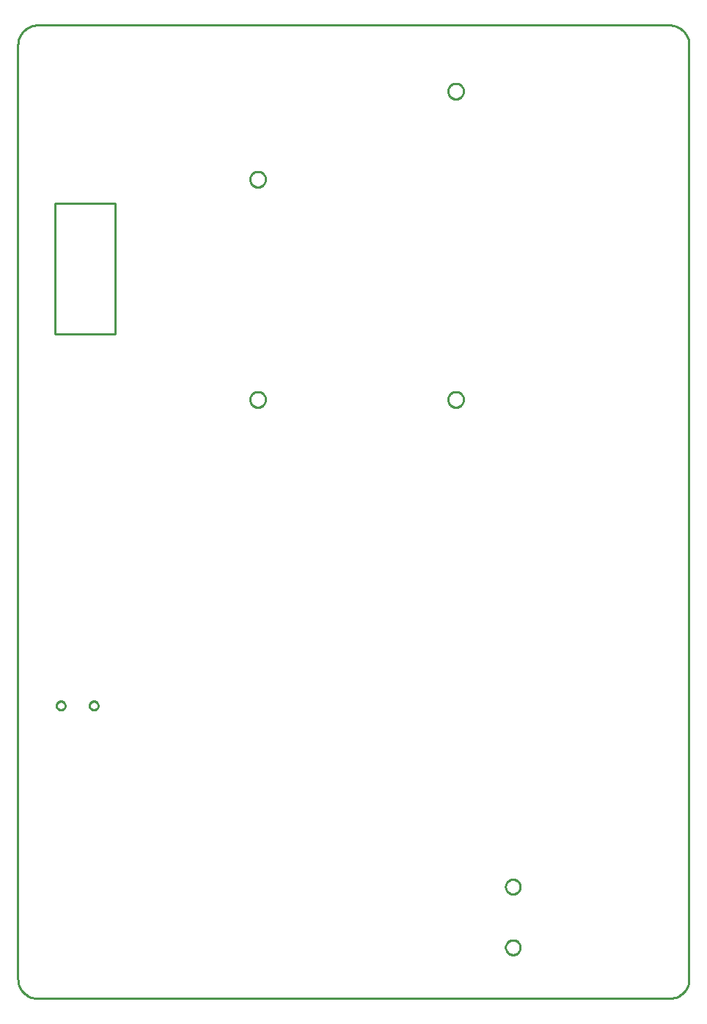
<source format=gbr>
G04 EAGLE Gerber RS-274X export*
G75*
%MOMM*%
%FSLAX34Y34*%
%LPD*%
%IN*%
%IPPOS*%
%AMOC8*
5,1,8,0,0,1.08239X$1,22.5*%
G01*
%ADD10C,0.254000*%


D10*
X-2540Y22860D02*
X-2453Y20868D01*
X-2193Y18890D01*
X-1761Y16943D01*
X-1161Y15041D01*
X-398Y13199D01*
X523Y11430D01*
X1594Y9748D01*
X2808Y8166D01*
X4156Y6696D01*
X5626Y5348D01*
X7208Y4134D01*
X8890Y3063D01*
X10659Y2142D01*
X12501Y1379D01*
X14403Y779D01*
X16350Y347D01*
X18328Y87D01*
X20320Y0D01*
X749300Y0D01*
X751292Y87D01*
X753270Y347D01*
X755217Y779D01*
X757119Y1379D01*
X758961Y2142D01*
X760730Y3063D01*
X762412Y4134D01*
X763994Y5348D01*
X765464Y6696D01*
X766812Y8166D01*
X768026Y9748D01*
X769097Y11430D01*
X770018Y13199D01*
X770781Y15041D01*
X771381Y16943D01*
X771813Y18890D01*
X772073Y20868D01*
X772160Y22860D01*
X772160Y1099820D01*
X772073Y1101812D01*
X771813Y1103790D01*
X771381Y1105737D01*
X770781Y1107639D01*
X770018Y1109481D01*
X769097Y1111250D01*
X768026Y1112932D01*
X766812Y1114514D01*
X765464Y1115984D01*
X763994Y1117332D01*
X762412Y1118546D01*
X760730Y1119617D01*
X758961Y1120538D01*
X757119Y1121301D01*
X755217Y1121901D01*
X753270Y1122333D01*
X751292Y1122593D01*
X749300Y1122680D01*
X20320Y1122680D01*
X18328Y1122593D01*
X16350Y1122333D01*
X14403Y1121901D01*
X12501Y1121301D01*
X10659Y1120538D01*
X8890Y1119617D01*
X7208Y1118546D01*
X5626Y1117332D01*
X4156Y1115984D01*
X2808Y1114514D01*
X1594Y1112932D01*
X523Y1111250D01*
X-398Y1109481D01*
X-1161Y1107639D01*
X-1761Y1105737D01*
X-2193Y1103790D01*
X-2453Y1101812D01*
X-2540Y1099820D01*
X-2540Y22860D01*
X40000Y766800D02*
X110000Y766800D01*
X110000Y916800D01*
X40000Y916800D01*
X40000Y766800D01*
X40000Y766800D02*
X110000Y766800D01*
X110000Y916800D01*
X40000Y916800D01*
X40000Y766800D01*
X51990Y338101D02*
X51927Y338659D01*
X51802Y339206D01*
X51617Y339736D01*
X51373Y340242D01*
X51074Y340718D01*
X50724Y341157D01*
X50327Y341554D01*
X49888Y341904D01*
X49412Y342203D01*
X48906Y342447D01*
X48376Y342632D01*
X47829Y342757D01*
X47271Y342820D01*
X46709Y342820D01*
X46151Y342757D01*
X45604Y342632D01*
X45074Y342447D01*
X44568Y342203D01*
X44092Y341904D01*
X43653Y341554D01*
X43256Y341157D01*
X42906Y340718D01*
X42607Y340242D01*
X42363Y339736D01*
X42178Y339206D01*
X42053Y338659D01*
X41990Y338101D01*
X41990Y337539D01*
X42053Y336981D01*
X42178Y336434D01*
X42363Y335904D01*
X42607Y335398D01*
X42906Y334922D01*
X43256Y334483D01*
X43653Y334086D01*
X44092Y333736D01*
X44568Y333437D01*
X45074Y333193D01*
X45604Y333008D01*
X46151Y332883D01*
X46709Y332820D01*
X47271Y332820D01*
X47829Y332883D01*
X48376Y333008D01*
X48906Y333193D01*
X49412Y333437D01*
X49888Y333736D01*
X50327Y334086D01*
X50724Y334483D01*
X51074Y334922D01*
X51373Y335398D01*
X51617Y335904D01*
X51802Y336434D01*
X51927Y336981D01*
X51990Y337539D01*
X51990Y338101D01*
X90090Y338101D02*
X90027Y338659D01*
X89902Y339206D01*
X89717Y339736D01*
X89473Y340242D01*
X89174Y340718D01*
X88824Y341157D01*
X88427Y341554D01*
X87988Y341904D01*
X87512Y342203D01*
X87006Y342447D01*
X86476Y342632D01*
X85929Y342757D01*
X85371Y342820D01*
X84809Y342820D01*
X84251Y342757D01*
X83704Y342632D01*
X83174Y342447D01*
X82668Y342203D01*
X82192Y341904D01*
X81753Y341554D01*
X81356Y341157D01*
X81006Y340718D01*
X80707Y340242D01*
X80463Y339736D01*
X80278Y339206D01*
X80153Y338659D01*
X80090Y338101D01*
X80090Y337539D01*
X80153Y336981D01*
X80278Y336434D01*
X80463Y335904D01*
X80707Y335398D01*
X81006Y334922D01*
X81356Y334483D01*
X81753Y334086D01*
X82192Y333736D01*
X82668Y333437D01*
X83174Y333193D01*
X83704Y333008D01*
X84251Y332883D01*
X84809Y332820D01*
X85371Y332820D01*
X85929Y332883D01*
X86476Y333008D01*
X87006Y333193D01*
X87512Y333437D01*
X87988Y333736D01*
X88427Y334086D01*
X88824Y334483D01*
X89174Y334922D01*
X89473Y335398D01*
X89717Y335904D01*
X89902Y336434D01*
X90027Y336981D01*
X90090Y337539D01*
X90090Y338101D01*
X568589Y67440D02*
X567849Y67375D01*
X567119Y67246D01*
X566402Y67054D01*
X565704Y66800D01*
X565031Y66487D01*
X564389Y66116D01*
X563781Y65690D01*
X563212Y65213D01*
X562687Y64688D01*
X562210Y64119D01*
X561784Y63511D01*
X561413Y62869D01*
X561100Y62196D01*
X560846Y61498D01*
X560654Y60782D01*
X560525Y60051D01*
X560460Y59311D01*
X560460Y58569D01*
X560525Y57829D01*
X560654Y57099D01*
X560846Y56382D01*
X561100Y55684D01*
X561413Y55011D01*
X561784Y54369D01*
X562210Y53761D01*
X562687Y53192D01*
X563212Y52667D01*
X563781Y52190D01*
X564389Y51764D01*
X565031Y51393D01*
X565704Y51080D01*
X566402Y50826D01*
X567119Y50634D01*
X567849Y50505D01*
X568589Y50440D01*
X569331Y50440D01*
X570071Y50505D01*
X570802Y50634D01*
X571518Y50826D01*
X572216Y51080D01*
X572889Y51393D01*
X573531Y51764D01*
X574139Y52190D01*
X574708Y52667D01*
X575233Y53192D01*
X575710Y53761D01*
X576136Y54369D01*
X576507Y55011D01*
X576820Y55684D01*
X577074Y56382D01*
X577266Y57099D01*
X577395Y57829D01*
X577460Y58569D01*
X577460Y59311D01*
X577395Y60051D01*
X577266Y60782D01*
X577074Y61498D01*
X576820Y62196D01*
X576507Y62869D01*
X576136Y63511D01*
X575710Y64119D01*
X575233Y64688D01*
X574708Y65213D01*
X574139Y65690D01*
X573531Y66116D01*
X572889Y66487D01*
X572216Y66800D01*
X571518Y67054D01*
X570802Y67246D01*
X570071Y67375D01*
X569331Y67440D01*
X568589Y67440D01*
X568589Y137440D02*
X567849Y137375D01*
X567119Y137246D01*
X566402Y137054D01*
X565704Y136800D01*
X565031Y136487D01*
X564389Y136116D01*
X563781Y135690D01*
X563212Y135213D01*
X562687Y134688D01*
X562210Y134119D01*
X561784Y133511D01*
X561413Y132869D01*
X561100Y132196D01*
X560846Y131498D01*
X560654Y130782D01*
X560525Y130051D01*
X560460Y129311D01*
X560460Y128569D01*
X560525Y127829D01*
X560654Y127099D01*
X560846Y126382D01*
X561100Y125684D01*
X561413Y125011D01*
X561784Y124369D01*
X562210Y123761D01*
X562687Y123192D01*
X563212Y122667D01*
X563781Y122190D01*
X564389Y121764D01*
X565031Y121393D01*
X565704Y121080D01*
X566402Y120826D01*
X567119Y120634D01*
X567849Y120505D01*
X568589Y120440D01*
X569331Y120440D01*
X570071Y120505D01*
X570802Y120634D01*
X571518Y120826D01*
X572216Y121080D01*
X572889Y121393D01*
X573531Y121764D01*
X574139Y122190D01*
X574708Y122667D01*
X575233Y123192D01*
X575710Y123761D01*
X576136Y124369D01*
X576507Y125011D01*
X576820Y125684D01*
X577074Y126382D01*
X577266Y127099D01*
X577395Y127829D01*
X577460Y128569D01*
X577460Y129311D01*
X577395Y130051D01*
X577266Y130782D01*
X577074Y131498D01*
X576820Y132196D01*
X576507Y132869D01*
X576136Y133511D01*
X575710Y134119D01*
X575233Y134688D01*
X574708Y135213D01*
X574139Y135690D01*
X573531Y136116D01*
X572889Y136487D01*
X572216Y136800D01*
X571518Y137054D01*
X570802Y137246D01*
X570071Y137375D01*
X569331Y137440D01*
X568589Y137440D01*
X274713Y935880D02*
X275496Y935949D01*
X276270Y936085D01*
X277029Y936288D01*
X277767Y936557D01*
X278480Y936889D01*
X279160Y937282D01*
X279804Y937733D01*
X280406Y938238D01*
X280962Y938794D01*
X281467Y939396D01*
X281918Y940040D01*
X282311Y940720D01*
X282643Y941433D01*
X282912Y942171D01*
X283115Y942930D01*
X283252Y943704D01*
X283320Y944487D01*
X283320Y945273D01*
X283252Y946056D01*
X283115Y946830D01*
X282912Y947589D01*
X282643Y948327D01*
X282311Y949040D01*
X281918Y949720D01*
X281467Y950364D01*
X280962Y950966D01*
X280406Y951522D01*
X279804Y952027D01*
X279160Y952478D01*
X278480Y952871D01*
X277767Y953203D01*
X277029Y953472D01*
X276270Y953675D01*
X275496Y953812D01*
X274713Y953880D01*
X273927Y953880D01*
X273144Y953812D01*
X272370Y953675D01*
X271611Y953472D01*
X270873Y953203D01*
X270160Y952871D01*
X269480Y952478D01*
X268836Y952027D01*
X268234Y951522D01*
X267678Y950966D01*
X267173Y950364D01*
X266722Y949720D01*
X266329Y949040D01*
X265997Y948327D01*
X265728Y947589D01*
X265525Y946830D01*
X265389Y946056D01*
X265320Y945273D01*
X265320Y944487D01*
X265389Y943704D01*
X265525Y942930D01*
X265728Y942171D01*
X265997Y941433D01*
X266329Y940720D01*
X266722Y940040D01*
X267173Y939396D01*
X267678Y938794D01*
X268234Y938238D01*
X268836Y937733D01*
X269480Y937282D01*
X270160Y936889D01*
X270873Y936557D01*
X271611Y936288D01*
X272370Y936085D01*
X273144Y935949D01*
X273927Y935880D01*
X274713Y935880D01*
X274713Y681880D02*
X275496Y681949D01*
X276270Y682085D01*
X277029Y682288D01*
X277767Y682557D01*
X278480Y682889D01*
X279160Y683282D01*
X279804Y683733D01*
X280406Y684238D01*
X280962Y684794D01*
X281467Y685396D01*
X281918Y686040D01*
X282311Y686720D01*
X282643Y687433D01*
X282912Y688171D01*
X283115Y688930D01*
X283252Y689704D01*
X283320Y690487D01*
X283320Y691273D01*
X283252Y692056D01*
X283115Y692830D01*
X282912Y693589D01*
X282643Y694327D01*
X282311Y695040D01*
X281918Y695720D01*
X281467Y696364D01*
X280962Y696966D01*
X280406Y697522D01*
X279804Y698027D01*
X279160Y698478D01*
X278480Y698871D01*
X277767Y699203D01*
X277029Y699472D01*
X276270Y699675D01*
X275496Y699812D01*
X274713Y699880D01*
X273927Y699880D01*
X273144Y699812D01*
X272370Y699675D01*
X271611Y699472D01*
X270873Y699203D01*
X270160Y698871D01*
X269480Y698478D01*
X268836Y698027D01*
X268234Y697522D01*
X267678Y696966D01*
X267173Y696364D01*
X266722Y695720D01*
X266329Y695040D01*
X265997Y694327D01*
X265728Y693589D01*
X265525Y692830D01*
X265389Y692056D01*
X265320Y691273D01*
X265320Y690487D01*
X265389Y689704D01*
X265525Y688930D01*
X265728Y688171D01*
X265997Y687433D01*
X266329Y686720D01*
X266722Y686040D01*
X267173Y685396D01*
X267678Y684794D01*
X268234Y684238D01*
X268836Y683733D01*
X269480Y683282D01*
X270160Y682889D01*
X270873Y682557D01*
X271611Y682288D01*
X272370Y682085D01*
X273144Y681949D01*
X273927Y681880D01*
X274713Y681880D01*
X503313Y1037480D02*
X504096Y1037549D01*
X504870Y1037685D01*
X505629Y1037888D01*
X506367Y1038157D01*
X507080Y1038489D01*
X507760Y1038882D01*
X508404Y1039333D01*
X509006Y1039838D01*
X509562Y1040394D01*
X510067Y1040996D01*
X510518Y1041640D01*
X510911Y1042320D01*
X511243Y1043033D01*
X511512Y1043771D01*
X511715Y1044530D01*
X511852Y1045304D01*
X511920Y1046087D01*
X511920Y1046873D01*
X511852Y1047656D01*
X511715Y1048430D01*
X511512Y1049189D01*
X511243Y1049927D01*
X510911Y1050640D01*
X510518Y1051320D01*
X510067Y1051964D01*
X509562Y1052566D01*
X509006Y1053122D01*
X508404Y1053627D01*
X507760Y1054078D01*
X507080Y1054471D01*
X506367Y1054803D01*
X505629Y1055072D01*
X504870Y1055275D01*
X504096Y1055412D01*
X503313Y1055480D01*
X502527Y1055480D01*
X501744Y1055412D01*
X500970Y1055275D01*
X500211Y1055072D01*
X499473Y1054803D01*
X498760Y1054471D01*
X498080Y1054078D01*
X497436Y1053627D01*
X496834Y1053122D01*
X496278Y1052566D01*
X495773Y1051964D01*
X495322Y1051320D01*
X494929Y1050640D01*
X494597Y1049927D01*
X494328Y1049189D01*
X494125Y1048430D01*
X493989Y1047656D01*
X493920Y1046873D01*
X493920Y1046087D01*
X493989Y1045304D01*
X494125Y1044530D01*
X494328Y1043771D01*
X494597Y1043033D01*
X494929Y1042320D01*
X495322Y1041640D01*
X495773Y1040996D01*
X496278Y1040394D01*
X496834Y1039838D01*
X497436Y1039333D01*
X498080Y1038882D01*
X498760Y1038489D01*
X499473Y1038157D01*
X500211Y1037888D01*
X500970Y1037685D01*
X501744Y1037549D01*
X502527Y1037480D01*
X503313Y1037480D01*
X503313Y681880D02*
X504096Y681949D01*
X504870Y682085D01*
X505629Y682288D01*
X506367Y682557D01*
X507080Y682889D01*
X507760Y683282D01*
X508404Y683733D01*
X509006Y684238D01*
X509562Y684794D01*
X510067Y685396D01*
X510518Y686040D01*
X510911Y686720D01*
X511243Y687433D01*
X511512Y688171D01*
X511715Y688930D01*
X511852Y689704D01*
X511920Y690487D01*
X511920Y691273D01*
X511852Y692056D01*
X511715Y692830D01*
X511512Y693589D01*
X511243Y694327D01*
X510911Y695040D01*
X510518Y695720D01*
X510067Y696364D01*
X509562Y696966D01*
X509006Y697522D01*
X508404Y698027D01*
X507760Y698478D01*
X507080Y698871D01*
X506367Y699203D01*
X505629Y699472D01*
X504870Y699675D01*
X504096Y699812D01*
X503313Y699880D01*
X502527Y699880D01*
X501744Y699812D01*
X500970Y699675D01*
X500211Y699472D01*
X499473Y699203D01*
X498760Y698871D01*
X498080Y698478D01*
X497436Y698027D01*
X496834Y697522D01*
X496278Y696966D01*
X495773Y696364D01*
X495322Y695720D01*
X494929Y695040D01*
X494597Y694327D01*
X494328Y693589D01*
X494125Y692830D01*
X493989Y692056D01*
X493920Y691273D01*
X493920Y690487D01*
X493989Y689704D01*
X494125Y688930D01*
X494328Y688171D01*
X494597Y687433D01*
X494929Y686720D01*
X495322Y686040D01*
X495773Y685396D01*
X496278Y684794D01*
X496834Y684238D01*
X497436Y683733D01*
X498080Y683282D01*
X498760Y682889D01*
X499473Y682557D01*
X500211Y682288D01*
X500970Y682085D01*
X501744Y681949D01*
X502527Y681880D01*
X503313Y681880D01*
M02*

</source>
